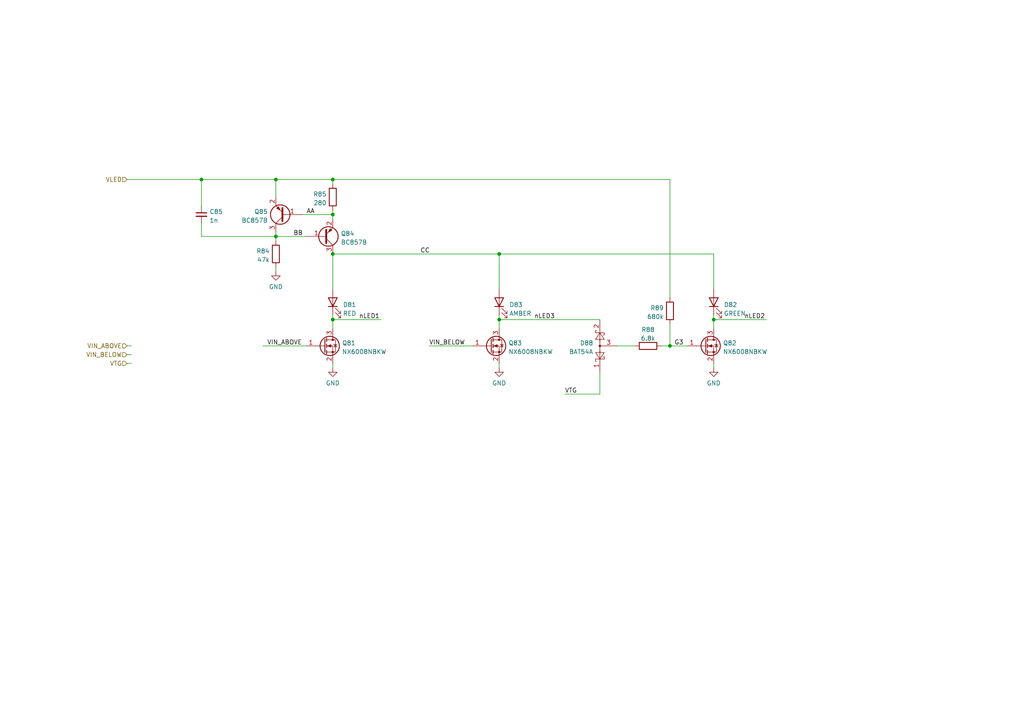
<source format=kicad_sch>
(kicad_sch (version 20211123) (generator eeschema)
  (paper "A4")
  (lib_symbols
    (symbol "AA-OSA-Basic:BAT54A" (pin_names (offset 1.016))
      (property "Reference" "D" (at 0.635 -3.81 0))
      (property "Value" "BAT54A" (at -6.35 3.175 0))
      (symbol "BAT54A_0_1"
        (polyline (pts (xy -4.445 1.27) (xy -4.445 1.016)))
        (polyline (pts (xy -3.81 -1.27) (xy -3.81 1.27)))
        (polyline (pts (xy -3.81 -1.27) (xy -3.175 -1.27)))
        (polyline (pts (xy -3.81 0) (xy -1.27 0)))
        (polyline (pts (xy -3.81 1.27) (xy -4.445 1.27)))
        (polyline (pts (xy -3.175 -1.27) (xy -3.175 -1.016)))
        (polyline (pts (xy -1.905 0) (xy 1.905 0)))
        (polyline (pts (xy 1.27 0) (xy 3.81 0)))
        (polyline (pts (xy 3.175 -1.27) (xy 3.175 -1.016)))
        (polyline (pts (xy 3.81 -1.27) (xy 3.175 -1.27)))
        (polyline (pts (xy 3.81 -1.27) (xy 3.81 1.27)))
        (polyline (pts (xy 3.81 1.27) (xy 4.445 1.27)))
        (polyline (pts (xy 4.445 1.27) (xy 4.445 1.016)))
        (polyline (pts (xy -1.905 1.27) (xy -1.905 -1.27) (xy -3.81 0) (xy -1.905 1.27)))
        (polyline (pts (xy 1.905 1.27) (xy 1.905 -1.27) (xy 3.81 0) (xy 1.905 1.27)))
        (circle (center 0 0) (radius 0.254) (fill (type outline)))
      )
      (symbol "BAT54A_1_1"
        (pin passive line (at -7.62 0 0) (length 3.81) (name "~") (number "1"))
        (pin passive line (at 7.62 0 180) (length 3.81) (name "~") (number "2"))
        (pin passive line (at 0 -5.08 90) (length 5.08) (name "~") (number "3"))
      )
    )
    (symbol "AA-OSA-Basic:BC857B" (pin_names (offset 0) hide)
      (property "Reference" "Q" (at 5.08 1.905 0))
      (property "Value" "BC857B" (at 5.08 0 0))
      (symbol "BC857B_0_1"
        (polyline (pts (xy 0.635 0.635) (xy 2.54 2.54)))
        (polyline (pts (xy 0.635 -0.635) (xy 2.54 -2.54) (xy 2.54 -2.54)))
        (polyline (pts (xy 0.635 1.905) (xy 0.635 -1.905) (xy 0.635 -1.905)) (stroke (width 0.508)))
        (polyline (pts (xy 2.286 -1.778) (xy 1.778 -2.286) (xy 1.27 -1.27) (xy 2.286 -1.778) (xy 2.286 -1.778)) (fill (type outline)))
        (circle (center 1.27 0) (radius 2.8194) (stroke (width 0.254)))
      )
      (symbol "BC857B_1_1"
        (pin input line (at -5.08 0 0) (length 5.715) (name "B") (number "1"))
        (pin passive line (at 2.54 -5.08 90) (length 2.54) (name "E") (number "2"))
        (pin passive line (at 2.54 5.08 270) (length 2.54) (name "C") (number "3"))
      )
    )
    (symbol "AA-OSA-Basic:NX6008NBKW" (pin_names hide)
      (property "Reference" "Q" (at 5.08 1.905 0))
      (property "Value" "NX6008NBKW" (at 5.08 0 0))
      (symbol "NX6008NBKW_0_1"
        (polyline (pts (xy 0.254 0) (xy -2.54 0)))
        (polyline (pts (xy 0.254 1.905) (xy 0.254 -1.905)) (stroke (width 0.254)))
        (polyline (pts (xy 0.762 -1.27) (xy 0.762 -2.286)) (stroke (width 0.254)))
        (polyline (pts (xy 0.762 0.508) (xy 0.762 -0.508)) (stroke (width 0.254)))
        (polyline (pts (xy 0.762 2.286) (xy 0.762 1.27)) (stroke (width 0.254)))
        (polyline (pts (xy 2.54 2.54) (xy 2.54 1.778)))
        (polyline (pts (xy 2.54 -2.54) (xy 2.54 0) (xy 0.762 0)))
        (polyline (pts (xy 0.762 -1.778) (xy 3.302 -1.778) (xy 3.302 1.778) (xy 0.762 1.778)))
        (polyline (pts (xy 1.016 0) (xy 2.032 0.381) (xy 2.032 -0.381) (xy 1.016 0)) (fill (type outline)))
        (polyline (pts (xy 2.794 0.508) (xy 2.921 0.381) (xy 3.683 0.381) (xy 3.81 0.254)))
        (polyline (pts (xy 3.302 0.381) (xy 2.921 -0.254) (xy 3.683 -0.254) (xy 3.302 0.381)))
        (circle (center 1.651 0) (radius 2.794) (stroke (width 0.254)))
        (circle (center 2.54 -1.778) (radius 0.254) (fill (type outline)))
        (circle (center 2.54 1.778) (radius 0.254) (fill (type outline)))
      )
      (symbol "NX6008NBKW_1_1"
        (pin input line (at -5.08 0 0) (length 2.54) (name "G") (number "1"))
        (pin passive line (at 2.54 -5.08 90) (length 2.54) (name "S") (number "2"))
        (pin passive line (at 2.54 5.08 270) (length 2.54) (name "D") (number "3"))
      )
    )
    (symbol "Device:C_Small" (pin_numbers hide) (pin_names (offset 0.254) hide)
      (property "Reference" "C" (at 0.254 1.778 0))
      (property "Value" "C_Small" (at 0.254 -2.032 0))
      (symbol "C_Small_0_1"
        (polyline (pts (xy -1.524 -0.508) (xy 1.524 -0.508)) (stroke (width 0.3302)))
        (polyline (pts (xy -1.524 0.508) (xy 1.524 0.508)) (stroke (width 0.3048)))
      )
      (symbol "C_Small_1_1"
        (pin passive line (at 0 2.54 270) (length 2.032) (name "~") (number "1"))
        (pin passive line (at 0 -2.54 90) (length 2.032) (name "~") (number "2"))
      )
    )
    (symbol "Device:LED" (pin_numbers hide) (pin_names (offset 1.016) hide)
      (property "Reference" "D" (at 0 2.54 0))
      (property "Value" "LED" (at 0 -2.54 0))
      (symbol "LED_0_1"
        (polyline (pts (xy -1.27 -1.27) (xy -1.27 1.27)) (stroke (width 0.254)))
        (polyline (pts (xy -1.27 0) (xy 1.27 0)))
        (polyline (pts (xy 1.27 -1.27) (xy 1.27 1.27) (xy -1.27 0) (xy 1.27 -1.27)) (stroke (width 0.254)))
        (polyline (pts (xy -3.048 -0.762) (xy -4.572 -2.286) (xy -3.81 -2.286) (xy -4.572 -2.286) (xy -4.572 -1.524)))
        (polyline (pts (xy -1.778 -0.762) (xy -3.302 -2.286) (xy -2.54 -2.286) (xy -3.302 -2.286) (xy -3.302 -1.524)))
      )
      (symbol "LED_1_1"
        (pin passive line (at -3.81 0 0) (length 2.54) (name "K") (number "1"))
        (pin passive line (at 3.81 0 180) (length 2.54) (name "A") (number "2"))
      )
    )
    (symbol "Device:R" (pin_numbers hide) (pin_names (offset 0))
      (property "Reference" "R" (at 2.032 0 90))
      (property "Value" "R" (at 0 0 90))
      (symbol "R_0_1"
        (rectangle (start -1.016 -2.54) (end 1.016 2.54) (stroke (width 0.254)))
      )
      (symbol "R_1_1"
        (pin passive line (at 0 3.81 270) (length 1.27) (name "~") (number "1"))
        (pin passive line (at 0 -3.81 90) (length 1.27) (name "~") (number "2"))
      )
    )
    (symbol "power:GND" (power) (pin_names (offset 0))
      (property "Value" "GND" (at 0 -3.81 0))
      (symbol "GND_0_1"
        (polyline (pts (xy 0 0) (xy 0 -1.27) (xy 1.27 -1.27) (xy 0 -2.54) (xy -1.27 -1.27) (xy 0 -1.27)))
      )
      (symbol "GND_1_1"
        (pin power_in line (at 0 0 270) (length 0) hide (name "GND") (number "1"))
      )
    )
  )
  (junction (at 96.52 92.71))
  (junction (at 96.52 73.66))
  (junction (at 96.52 52.07))
  (junction (at 144.78 73.66))
  (junction (at 144.78 92.71))
  (junction (at 80.01 52.07))
  (junction (at 80.01 68.58))
  (junction (at 96.52 62.23))
  (junction (at 58.42 52.07))
  (junction (at 207.01 92.71))
  (junction (at 194.31 100.33))
  (wire (pts (xy 194.31 93.98) (xy 194.31 100.33)))
  (wire (pts (xy 194.31 52.07) (xy 96.52 52.07)))
  (wire (pts (xy 58.42 64.77) (xy 58.42 68.58)))
  (wire (pts (xy 179.07 100.33) (xy 184.15 100.33)))
  (wire (pts (xy 207.01 106.68) (xy 207.01 105.41)))
  (wire (pts (xy 76.2 100.33) (xy 88.9 100.33)))
  (wire (pts (xy 88.9 68.58) (xy 80.01 68.58)))
  (wire (pts (xy 96.52 73.66) (xy 96.52 83.82)))
  (wire (pts (xy 36.83 100.33) (xy 38.1 100.33)))
  (wire (pts (xy 36.83 52.07) (xy 58.42 52.07)))
  (wire (pts (xy 80.01 68.58) (xy 80.01 67.31)))
  (wire (pts (xy 96.52 92.71) (xy 110.49 92.71)))
  (wire (pts (xy 173.99 107.95) (xy 173.99 114.3)))
  (wire (pts (xy 96.52 92.71) (xy 96.52 95.25)))
  (wire (pts (xy 80.01 52.07) (xy 96.52 52.07)))
  (wire (pts (xy 124.46 100.33) (xy 137.16 100.33)))
  (wire (pts (xy 96.52 53.34) (xy 96.52 52.07)))
  (wire (pts (xy 207.01 91.44) (xy 207.01 92.71)))
  (wire (pts (xy 194.31 100.33) (xy 199.39 100.33)))
  (wire (pts (xy 207.01 92.71) (xy 222.25 92.71)))
  (wire (pts (xy 144.78 73.66) (xy 207.01 73.66)))
  (wire (pts (xy 194.31 86.36) (xy 194.31 52.07)))
  (wire (pts (xy 144.78 73.66) (xy 144.78 83.82)))
  (wire (pts (xy 144.78 92.71) (xy 144.78 95.25)))
  (wire (pts (xy 96.52 62.23) (xy 96.52 60.96)))
  (wire (pts (xy 207.01 92.71) (xy 207.01 95.25)))
  (wire (pts (xy 96.52 91.44) (xy 96.52 92.71)))
  (wire (pts (xy 96.52 62.23) (xy 96.52 63.5)))
  (wire (pts (xy 144.78 91.44) (xy 144.78 92.71)))
  (wire (pts (xy 80.01 68.58) (xy 80.01 69.85)))
  (wire (pts (xy 80.01 77.47) (xy 80.01 78.74)))
  (wire (pts (xy 58.42 68.58) (xy 80.01 68.58)))
  (wire (pts (xy 87.63 62.23) (xy 96.52 62.23)))
  (wire (pts (xy 80.01 52.07) (xy 80.01 57.15)))
  (wire (pts (xy 36.83 102.87) (xy 38.1 102.87)))
  (wire (pts (xy 144.78 106.68) (xy 144.78 105.41)))
  (wire (pts (xy 144.78 92.71) (xy 173.99 92.71)))
  (wire (pts (xy 207.01 73.66) (xy 207.01 83.82)))
  (wire (pts (xy 96.52 106.68) (xy 96.52 105.41)))
  (wire (pts (xy 36.83 105.41) (xy 38.1 105.41)))
  (wire (pts (xy 58.42 52.07) (xy 58.42 59.69)))
  (wire (pts (xy 80.01 52.07) (xy 58.42 52.07)))
  (wire (pts (xy 96.52 73.66) (xy 144.78 73.66)))
  (wire (pts (xy 163.83 114.3) (xy 173.99 114.3)))
  (wire (pts (xy 191.77 100.33) (xy 194.31 100.33)))
  (label "AA" (at 88.9 62.23 0))
  (label "VTG" (at 163.83 114.3 0))
  (label "nLED1" (at 104.14 92.71 0))
  (label "CC" (at 121.92 73.66 0))
  (label "BB" (at 85.09 68.58 0))
  (label "VIN_BELOW" (at 124.46 100.33 0))
  (label "nLED2" (at 215.9 92.71 0))
  (label "VIN_ABOVE" (at 77.47 100.33 0))
  (label "nLED3" (at 154.94 92.71 0))
  (label "G3" (at 195.58 100.33 0))
  (hierarchical_label "VIN_ABOVE" (shape input) (at 36.83 100.33 180))
  (hierarchical_label "VLED" (shape input) (at 36.83 52.07 180))
  (hierarchical_label "VIN_BELOW" (shape input) (at 36.83 102.87 180))
  (hierarchical_label "VTG" (shape input) (at 36.83 105.41 180))
  (symbol (lib_id "Device:R") (at 194.31 90.17 0) (mirror x) (unit 1)
    (property "Reference" "R89" (at 192.5321 89.3353 0) (effects (justify right)))
    (property "Value" "680k" (at 192.5321 91.8722 0) (effects (justify right)))
    (property "Footprint" "Resistor_SMD:R_0805_2012Metric_Pad1.20x1.40mm_HandSolder" (effects hide))
    (property "Spice_Netlist_Enabled" "Y" (effects hide))
  )
  (symbol (lib_id "AA-OSA-Basic:NX6008NBKW") (at 93.98 100.33 0) (unit 1)
    (property "Reference" "Q81" (at 99.187 99.4953 0) (effects (justify left)))
    (property "Value" "NX6008NBKW" (at 99.187 102.0322 0) (effects (justify left)))
    (property "Footprint" "Package_TO_SOT_SMD:SOT-323_SC-70_Handsoldering" (effects hide))
    (property "Datasheet" "https://assets.nexperia.com/documents/data-sheet/NX6008NBKW.pdf" (effects hide))
    (property "Spice_Primitive" "X" (effects hide))
    (property "Spice_Model" "NX6008NBKW" (effects hide))
    (property "Spice_Netlist_Enabled" "Y" (effects hide))
    (property "Spice_Lib_File" "/Users/osa/ELEC/libs/Spice/AA-osa-MosfetN.pspice" (effects hide))
  )
  (symbol (lib_id "Device:LED") (at 207.01 87.63 90) (unit 1)
    (property "Reference" "D82" (at 209.931 88.3828 90) (effects (justify right)))
    (property "Value" "GREEN" (at 209.931 90.9197 90) (effects (justify right)))
    (property "Footprint" "LED_SMD:LED_0805_2012Metric_Pad1.15x1.40mm_HandSolder" (effects hide))
    (property "Spice_Primitive" "D" (effects hide))
    (property "Spice_Model" "LED_GREEN" (effects hide))
    (property "Spice_Netlist_Enabled" "Y" (effects hide))
    (property "Spice_Lib_File" "/Users/osa/ELEC/libs/Spice/AA-osa-Diode.pspice" (effects hide))
    (property "Spice_Node_Sequence" "2 1" (effects hide))
  )
  (symbol (lib_id "power:GND") (at 80.01 78.74 0) (mirror y) (unit 1)
    (property "Reference" "#PWR01" (effects hide))
    (property "Value" "GND" (at 80.01 83.1834 0))
  )
  (symbol (lib_id "AA-OSA-Basic:BC857B") (at 93.98 68.58 0) (mirror x) (unit 1)
    (property "Reference" "Q84" (at 98.8314 67.7453 0) (effects (justify left)))
    (property "Value" "BC857B" (at 98.8314 70.2822 0) (effects (justify left)))
    (property "Footprint" "AA-OSA-Packages:SOT-23_Handsoldering" (effects hide))
    (property "Datasheet" "https://www.onsemi.com/pdf/datasheet/mmbta55lt1-d.pdf" (effects hide))
    (property "Spice_Primitive" "Q" (effects hide))
    (property "Spice_Model" "MMBTA55" (effects hide))
    (property "Spice_Netlist_Enabled" "Y" (effects hide))
    (property "Spice_Node_Sequence" "3 1 2" (effects hide))
    (property "Spice_Lib_File" "/Users/osa/ELEC/libs/Spice/AA-osa-PNP.pspice" (effects hide))
  )
  (symbol (lib_id "AA-OSA-Basic:BC857B") (at 82.55 62.23 180) (unit 1)
    (property "Reference" "Q85" (at 77.6986 61.3953 0) (effects (justify left)))
    (property "Value" "BC857B" (at 77.6986 63.9322 0) (effects (justify left)))
    (property "Footprint" "AA-OSA-Packages:SOT-23_Handsoldering" (effects hide))
    (property "Datasheet" "https://www.onsemi.com/pdf/datasheet/mmbta55lt1-d.pdf" (effects hide))
    (property "Spice_Primitive" "Q" (effects hide))
    (property "Spice_Model" "MMBTA55" (effects hide))
    (property "Spice_Netlist_Enabled" "Y" (effects hide))
    (property "Spice_Node_Sequence" "3 1 2" (effects hide))
    (property "Spice_Lib_File" "/Users/osa/ELEC/libs/Spice/AA-osa-PNP.pspice" (effects hide))
  )
  (symbol (lib_id "AA-OSA-Basic:NX6008NBKW") (at 204.47 100.33 0) (unit 1)
    (property "Reference" "Q82" (at 209.677 99.4953 0) (effects (justify left)))
    (property "Value" "NX6008NBKW" (at 209.677 102.0322 0) (effects (justify left)))
    (property "Footprint" "Package_TO_SOT_SMD:SOT-323_SC-70_Handsoldering" (effects hide))
    (property "Datasheet" "https://assets.nexperia.com/documents/data-sheet/NX6008NBKW.pdf" (effects hide))
    (property "Spice_Primitive" "X" (effects hide))
    (property "Spice_Model" "NX6008NBKW" (effects hide))
    (property "Spice_Netlist_Enabled" "Y" (effects hide))
    (property "Spice_Lib_File" "/Users/osa/ELEC/libs/Spice/AA-osa-MosfetN.pspice" (effects hide))
  )
  (symbol (lib_id "power:GND") (at 207.01 106.68 0) (mirror y) (unit 1)
    (property "Reference" "#PWR020" (effects hide))
    (property "Value" "GND" (at 207.01 111.1234 0))
  )
  (symbol (lib_id "Device:LED") (at 96.52 87.63 90) (unit 1)
    (property "Reference" "D81" (at 99.441 88.3828 90) (effects (justify right)))
    (property "Value" "RED" (at 99.441 90.9197 90) (effects (justify right)))
    (property "Footprint" "LED_SMD:LED_0805_2012Metric_Pad1.15x1.40mm_HandSolder" (effects hide))
    (property "Spice_Primitive" "D" (effects hide))
    (property "Spice_Model" "LED_RED1" (effects hide))
    (property "Spice_Netlist_Enabled" "Y" (effects hide))
    (property "Spice_Lib_File" "/Users/osa/ELEC/libs/Spice/AA-osa-Diode.pspice" (effects hide))
    (property "Spice_Node_Sequence" "2 1" (effects hide))
  )
  (symbol (lib_id "Device:C_Small") (at 58.42 62.23 0) (unit 1)
    (property "Reference" "C85" (at 60.7441 61.4016 0) (effects (justify left)))
    (property "Value" "1n" (at 60.7441 63.9385 0) (effects (justify left)))
    (property "Footprint" "Capacitor_SMD:C_0805_2012Metric_Pad1.18x1.45mm_HandSolder" (effects hide))
    (property "Spice_Netlist_Enabled" "Y" (effects hide))
  )
  (symbol (lib_id "power:GND") (at 96.52 106.68 0) (mirror y) (unit 1)
    (property "Reference" "#PWR08" (effects hide))
    (property "Value" "GND" (at 96.52 111.1234 0))
  )
  (symbol (lib_id "Device:R") (at 96.52 57.15 0) (mirror x) (unit 1)
    (property "Reference" "R85" (at 94.742 56.3153 0) (effects (justify right)))
    (property "Value" "280" (at 94.742 58.8522 0) (effects (justify right)))
    (property "Footprint" "Resistor_SMD:R_0805_2012Metric_Pad1.20x1.40mm_HandSolder" (effects hide))
  )
  (symbol (lib_id "AA-OSA-Basic:BAT54A") (at 173.99 100.33 90) (unit 1)
    (property "Reference" "D88" (at 172.085 99.4953 90) (effects (justify left)))
    (property "Value" "BAT54A" (at 172.085 102.0322 90) (effects (justify left)))
    (property "Footprint" "AA-OSA-Packages:SOT-23_Handsoldering" (effects hide))
    (property "Datasheet" "http://www.diodes.com/_files/datasheets/ds11005.pdf" (effects hide))
    (property "Spice_Primitive" "X" (effects hide))
    (property "Spice_Model" "BAT54A" (effects hide))
    (property "Spice_Netlist_Enabled" "Y" (effects hide))
    (property "Spice_Lib_File" "/Users/osa/ELEC/libs/Spice/AA-osa-Diode.pspice" (effects hide))
  )
  (symbol (lib_id "Device:R") (at 187.96 100.33 270) (mirror x) (unit 1)
    (property "Reference" "R88" (at 187.96 95.6142 90))
    (property "Value" "6.8k" (at 187.96 98.1511 90))
    (property "Footprint" "Resistor_SMD:R_0805_2012Metric_Pad1.20x1.40mm_HandSolder" (effects hide))
  )
  (symbol (lib_id "power:GND") (at 144.78 106.68 0) (mirror y) (unit 1)
    (property "Reference" "#PWR019" (effects hide))
    (property "Value" "GND" (at 144.78 111.1234 0))
  )
  (symbol (lib_id "Device:R") (at 80.01 73.66 0) (mirror x) (unit 1)
    (property "Reference" "R84" (at 78.232 72.8253 0) (effects (justify right)))
    (property "Value" "47k" (at 78.232 75.3622 0) (effects (justify right)))
    (property "Footprint" "Resistor_SMD:R_0805_2012Metric_Pad1.20x1.40mm_HandSolder" (effects hide))
    (property "Spice_Netlist_Enabled" "Y" (effects hide))
  )
  (symbol (lib_id "Device:LED") (at 144.78 87.63 90) (unit 1)
    (property "Reference" "D83" (at 147.701 88.3828 90) (effects (justify right)))
    (property "Value" "AMBER" (at 147.701 90.9197 90) (effects (justify right)))
    (property "Footprint" "LED_SMD:LED_0805_2012Metric_Pad1.15x1.40mm_HandSolder" (effects hide))
    (property "Spice_Primitive" "D" (effects hide))
    (property "Spice_Model" "LED_AMBER" (effects hide))
    (property "Spice_Netlist_Enabled" "Y" (effects hide))
    (property "Spice_Lib_File" "/Users/osa/ELEC/libs/Spice/AA-osa-Diode.pspice" (effects hide))
    (property "Spice_Node_Sequence" "2 1" (effects hide))
  )
  (symbol (lib_id "AA-OSA-Basic:NX6008NBKW") (at 142.24 100.33 0) (unit 1)
    (property "Reference" "Q83" (at 147.447 99.4953 0) (effects (justify left)))
    (property "Value" "NX6008NBKW" (at 147.447 102.0322 0) (effects (justify left)))
    (property "Footprint" "Package_TO_SOT_SMD:SOT-323_SC-70_Handsoldering" (effects hide))
    (property "Datasheet" "https://assets.nexperia.com/documents/data-sheet/NX6008NBKW.pdf" (effects hide))
    (property "Spice_Primitive" "X" (effects hide))
    (property "Spice_Model" "NX6008NBKW" (effects hide))
    (property "Spice_Netlist_Enabled" "Y" (effects hide))
    (property "Spice_Lib_File" "/Users/osa/ELEC/libs/Spice/AA-osa-MosfetN.pspice" (effects hide))
  )
)
</source>
